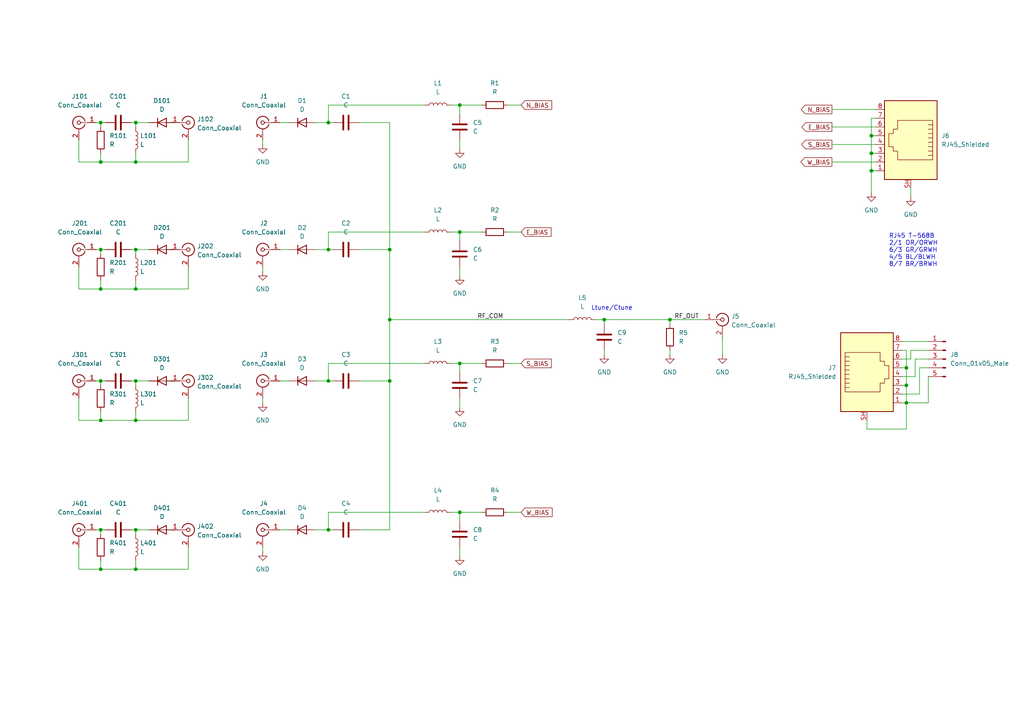
<source format=kicad_sch>
(kicad_sch (version 20211123) (generator eeschema)
  (paper "A4")
  (lib_symbols
    (symbol "Connector:Conn_01x05_Male" (pin_names (offset 1.016) hide)
      (property "Reference" "J" (at 0 7.62 0))
      (property "Value" "Conn_01x05_Male" (at 0 -7.62 0))
      (symbol "Conn_01x05_Male_1_1"
        (polyline (pts (xy 1.27 -5.08) (xy 0.8636 -5.08)) (stroke (width 0.1524)))
        (polyline (pts (xy 1.27 -2.54) (xy 0.8636 -2.54)) (stroke (width 0.1524)))
        (polyline (pts (xy 1.27 0) (xy 0.8636 0)) (stroke (width 0.1524)))
        (polyline (pts (xy 1.27 2.54) (xy 0.8636 2.54)) (stroke (width 0.1524)))
        (polyline (pts (xy 1.27 5.08) (xy 0.8636 5.08)) (stroke (width 0.1524)))
        (rectangle (start 0.8636 -4.953) (end 0 -5.207) (stroke (width 0.1524)) (fill (type outline)))
        (rectangle (start 0.8636 -2.413) (end 0 -2.667) (stroke (width 0.1524)) (fill (type outline)))
        (rectangle (start 0.8636 0.127) (end 0 -0.127) (stroke (width 0.1524)) (fill (type outline)))
        (rectangle (start 0.8636 2.667) (end 0 2.413) (stroke (width 0.1524)) (fill (type outline)))
        (rectangle (start 0.8636 5.207) (end 0 4.953) (stroke (width 0.1524)) (fill (type outline)))
        (pin passive line (at 5.08 5.08 180) (length 3.81) (name "Pin_1") (number "1"))
        (pin passive line (at 5.08 2.54 180) (length 3.81) (name "Pin_2") (number "2"))
        (pin passive line (at 5.08 0 180) (length 3.81) (name "Pin_3") (number "3"))
        (pin passive line (at 5.08 -2.54 180) (length 3.81) (name "Pin_4") (number "4"))
        (pin passive line (at 5.08 -5.08 180) (length 3.81) (name "Pin_5") (number "5"))
      )
    )
    (symbol "Connector:Conn_Coaxial" (pin_names (offset 1.016) hide)
      (property "Reference" "J" (at 0.254 3.048 0))
      (property "Value" "Conn_Coaxial" (at 2.921 0 90))
      (symbol "Conn_Coaxial_0_1"
        (arc (start -1.778 -0.508) (mid 0.222 -1.808) (end 1.778 0) (stroke (width 0.254)))
        (polyline (pts (xy -2.54 0) (xy -0.508 0)))
        (polyline (pts (xy 0 -2.54) (xy 0 -1.778)))
        (circle (center 0 0) (radius 0.508) (stroke (width 0.2032)))
        (arc (start 1.778 0) (mid 0.222 1.8083) (end -1.778 0.508) (stroke (width 0.254)))
      )
      (symbol "Conn_Coaxial_1_1"
        (pin passive line (at -5.08 0 0) (length 2.54) (name "In") (number "1"))
        (pin passive line (at 0 -5.08 90) (length 2.54) (name "Ext") (number "2"))
      )
    )
    (symbol "Connector:RJ45_Shielded" (pin_names (offset 1.016))
      (property "Reference" "J" (at -5.08 13.97 0))
      (property "Value" "RJ45_Shielded" (at 2.54 13.97 0))
      (symbol "RJ45_Shielded_0_1"
        (polyline (pts (xy -5.08 4.445) (xy -6.35 4.445)))
        (polyline (pts (xy -5.08 5.715) (xy -6.35 5.715)))
        (polyline (pts (xy -6.35 -3.175) (xy -5.08 -3.175) (xy -5.08 -3.175)))
        (polyline (pts (xy -6.35 -1.905) (xy -5.08 -1.905) (xy -5.08 -1.905)))
        (polyline (pts (xy -6.35 -0.635) (xy -5.08 -0.635) (xy -5.08 -0.635)))
        (polyline (pts (xy -6.35 0.635) (xy -5.08 0.635) (xy -5.08 0.635)))
        (polyline (pts (xy -6.35 1.905) (xy -5.08 1.905) (xy -5.08 1.905)))
        (polyline (pts (xy -5.08 3.175) (xy -6.35 3.175) (xy -6.35 3.175)))
        (polyline (pts (xy -6.35 -4.445) (xy -6.35 6.985) (xy 3.81 6.985) (xy 3.81 4.445) (xy 5.08 4.445) (xy 5.08 3.175) (xy 6.35 3.175) (xy 6.35 -0.635) (xy 5.08 -0.635) (xy 5.08 -1.905) (xy 3.81 -1.905) (xy 3.81 -4.445) (xy -6.35 -4.445) (xy -6.35 -4.445)))
        (rectangle (start 7.62 12.7) (end -7.62 -10.16) (stroke (width 0.254)) (fill (type background)))
      )
      (symbol "RJ45_Shielded_1_1"
        (pin passive line (at 10.16 -7.62 180) (length 2.54) (name "~") (number "1"))
        (pin passive line (at 10.16 -5.08 180) (length 2.54) (name "~") (number "2"))
        (pin passive line (at 10.16 -2.54 180) (length 2.54) (name "~") (number "3"))
        (pin passive line (at 10.16 0 180) (length 2.54) (name "~") (number "4"))
        (pin passive line (at 10.16 2.54 180) (length 2.54) (name "~") (number "5"))
        (pin passive line (at 10.16 5.08 180) (length 2.54) (name "~") (number "6"))
        (pin passive line (at 10.16 7.62 180) (length 2.54) (name "~") (number "7"))
        (pin passive line (at 10.16 10.16 180) (length 2.54) (name "~") (number "8"))
        (pin passive line (at 0 -12.7 90) (length 2.54) (name "~") (number "SH"))
      )
    )
    (symbol "Device:C" (pin_numbers hide) (pin_names (offset 0.254))
      (property "Reference" "C" (at 0.635 2.54 0))
      (property "Value" "C" (at 0.635 -2.54 0))
      (symbol "C_0_1"
        (polyline (pts (xy -2.032 -0.762) (xy 2.032 -0.762)) (stroke (width 0.508)))
        (polyline (pts (xy -2.032 0.762) (xy 2.032 0.762)) (stroke (width 0.508)))
      )
      (symbol "C_1_1"
        (pin passive line (at 0 3.81 270) (length 2.794) (name "~") (number "1"))
        (pin passive line (at 0 -3.81 90) (length 2.794) (name "~") (number "2"))
      )
    )
    (symbol "Device:D" (pin_numbers hide) (pin_names (offset 1.016) hide)
      (property "Reference" "D" (at 0 2.54 0))
      (property "Value" "D" (at 0 -2.54 0))
      (symbol "D_0_1"
        (polyline (pts (xy -1.27 1.27) (xy -1.27 -1.27)) (stroke (width 0.254)))
        (polyline (pts (xy 1.27 0) (xy -1.27 0)))
        (polyline (pts (xy 1.27 1.27) (xy 1.27 -1.27) (xy -1.27 0) (xy 1.27 1.27)) (stroke (width 0.254)))
      )
      (symbol "D_1_1"
        (pin passive line (at -3.81 0 0) (length 2.54) (name "K") (number "1"))
        (pin passive line (at 3.81 0 180) (length 2.54) (name "A") (number "2"))
      )
    )
    (symbol "Device:L" (pin_numbers hide) (pin_names (offset 1.016) hide)
      (property "Reference" "L" (at -1.27 0 90))
      (property "Value" "L" (at 1.905 0 90))
      (symbol "L_0_1"
        (arc (start 0 -2.54) (mid 0.635 -1.905) (end 0 -1.27))
        (arc (start 0 -1.27) (mid 0.635 -0.635) (end 0 0))
        (arc (start 0 0) (mid 0.635 0.635) (end 0 1.27))
        (arc (start 0 1.27) (mid 0.635 1.905) (end 0 2.54))
      )
      (symbol "L_1_1"
        (pin passive line (at 0 3.81 270) (length 1.27) (name "1") (number "1"))
        (pin passive line (at 0 -3.81 90) (length 1.27) (name "2") (number "2"))
      )
    )
    (symbol "Device:R" (pin_numbers hide) (pin_names (offset 0))
      (property "Reference" "R" (at 2.032 0 90))
      (property "Value" "R" (at 0 0 90))
      (symbol "R_0_1"
        (rectangle (start -1.016 -2.54) (end 1.016 2.54) (stroke (width 0.254)))
      )
      (symbol "R_1_1"
        (pin passive line (at 0 3.81 270) (length 1.27) (name "~") (number "1"))
        (pin passive line (at 0 -3.81 90) (length 1.27) (name "~") (number "2"))
      )
    )
    (symbol "power:GND" (power) (pin_names (offset 0))
      (property "Value" "GND" (at 0 -3.81 0))
      (symbol "GND_0_1"
        (polyline (pts (xy 0 0) (xy 0 -1.27) (xy 1.27 -1.27) (xy 0 -2.54) (xy -1.27 -1.27) (xy 0 -1.27)))
      )
      (symbol "GND_1_1"
        (pin power_in line (at 0 0 270) (length 0) hide (name "GND") (number "1"))
      )
    )
  )
  (junction (at 39.37 165.1))
  (junction (at 252.73 44.45))
  (junction (at 29.21 83.82))
  (junction (at 262.89 106.68))
  (junction (at 252.73 49.53))
  (junction (at 95.25 110.49))
  (junction (at 39.37 83.82))
  (junction (at 133.35 30.48))
  (junction (at 39.37 35.56))
  (junction (at 39.37 153.67))
  (junction (at 39.37 46.99))
  (junction (at 39.37 121.92))
  (junction (at 262.89 111.76))
  (junction (at 29.21 46.99))
  (junction (at 95.25 35.56))
  (junction (at 262.89 116.84))
  (junction (at 113.03 72.39))
  (junction (at 194.31 92.71))
  (junction (at 29.21 153.67))
  (junction (at 113.03 92.71))
  (junction (at 95.25 72.39))
  (junction (at 29.21 121.92))
  (junction (at 39.37 72.39))
  (junction (at 133.35 105.41))
  (junction (at 29.21 165.1))
  (junction (at 133.35 148.59))
  (junction (at 133.35 67.31))
  (junction (at 29.21 35.56))
  (junction (at 29.21 72.39))
  (junction (at 39.37 110.49))
  (junction (at 95.25 153.67))
  (junction (at 113.03 110.49))
  (junction (at 29.21 110.49))
  (junction (at 252.73 39.37))
  (junction (at 175.26 92.71))
  (wire (pts (xy 130.81 67.31) (xy 133.35 67.31)))
  (wire (pts (xy 91.44 153.67) (xy 95.25 153.67)))
  (wire (pts (xy 39.37 153.67) (xy 43.18 153.67)))
  (wire (pts (xy 39.37 119.38) (xy 39.37 121.92)))
  (wire (pts (xy 251.46 124.46) (xy 262.89 124.46)))
  (wire (pts (xy 133.35 105.41) (xy 133.35 107.95)))
  (wire (pts (xy 22.86 46.99) (xy 29.21 46.99)))
  (wire (pts (xy 22.86 115.57) (xy 22.86 121.92)))
  (wire (pts (xy 29.21 165.1) (xy 39.37 165.1)))
  (wire (pts (xy 209.55 97.79) (xy 209.55 102.87)))
  (wire (pts (xy 261.62 116.84) (xy 262.89 116.84)))
  (wire (pts (xy 81.28 153.67) (xy 83.82 153.67)))
  (wire (pts (xy 264.16 104.14) (xy 264.16 101.6)))
  (wire (pts (xy 113.03 35.56) (xy 113.03 72.39)))
  (wire (pts (xy 39.37 162.56) (xy 39.37 165.1)))
  (wire (pts (xy 123.19 148.59) (xy 95.25 148.59)))
  (wire (pts (xy 133.35 148.59) (xy 133.35 151.13)))
  (wire (pts (xy 265.43 104.14) (xy 269.24 104.14)))
  (wire (pts (xy 262.89 124.46) (xy 262.89 116.84)))
  (wire (pts (xy 39.37 110.49) (xy 39.37 111.76)))
  (wire (pts (xy 241.3 36.83) (xy 254 36.83)))
  (wire (pts (xy 123.19 105.41) (xy 95.25 105.41)))
  (wire (pts (xy 175.26 92.71) (xy 175.26 93.98)))
  (wire (pts (xy 95.25 35.56) (xy 96.52 35.56)))
  (wire (pts (xy 104.14 72.39) (xy 113.03 72.39)))
  (wire (pts (xy 252.73 44.45) (xy 252.73 49.53)))
  (wire (pts (xy 175.26 92.71) (xy 194.31 92.71)))
  (wire (pts (xy 29.21 35.56) (xy 29.21 36.83)))
  (wire (pts (xy 95.25 105.41) (xy 95.25 110.49)))
  (wire (pts (xy 76.2 77.47) (xy 76.2 78.74)))
  (wire (pts (xy 39.37 121.92) (xy 54.61 121.92)))
  (wire (pts (xy 54.61 158.75) (xy 54.61 165.1)))
  (wire (pts (xy 130.81 148.59) (xy 133.35 148.59)))
  (wire (pts (xy 22.86 77.47) (xy 22.86 83.82)))
  (wire (pts (xy 29.21 153.67) (xy 27.94 153.67)))
  (wire (pts (xy 22.86 158.75) (xy 22.86 165.1)))
  (wire (pts (xy 241.3 46.99) (xy 254 46.99)))
  (wire (pts (xy 266.7 106.68) (xy 269.24 106.68)))
  (wire (pts (xy 22.86 121.92) (xy 29.21 121.92)))
  (wire (pts (xy 39.37 165.1) (xy 54.61 165.1)))
  (wire (pts (xy 50.8 72.39) (xy 49.53 72.39)))
  (wire (pts (xy 113.03 92.71) (xy 165.1 92.71)))
  (wire (pts (xy 39.37 35.56) (xy 39.37 36.83)))
  (wire (pts (xy 241.3 31.75) (xy 254 31.75)))
  (wire (pts (xy 29.21 121.92) (xy 39.37 121.92)))
  (wire (pts (xy 76.2 158.75) (xy 76.2 160.02)))
  (wire (pts (xy 147.32 105.41) (xy 151.13 105.41)))
  (wire (pts (xy 264.16 101.6) (xy 269.24 101.6)))
  (wire (pts (xy 147.32 30.48) (xy 151.13 30.48)))
  (wire (pts (xy 39.37 83.82) (xy 54.61 83.82)))
  (wire (pts (xy 133.35 148.59) (xy 139.7 148.59)))
  (wire (pts (xy 22.86 165.1) (xy 29.21 165.1)))
  (wire (pts (xy 104.14 153.67) (xy 113.03 153.67)))
  (wire (pts (xy 29.21 83.82) (xy 39.37 83.82)))
  (wire (pts (xy 261.62 114.3) (xy 266.7 114.3)))
  (wire (pts (xy 39.37 46.99) (xy 54.61 46.99)))
  (wire (pts (xy 123.19 67.31) (xy 95.25 67.31)))
  (wire (pts (xy 29.21 35.56) (xy 27.94 35.56)))
  (wire (pts (xy 95.25 153.67) (xy 96.52 153.67)))
  (wire (pts (xy 50.8 35.56) (xy 49.53 35.56)))
  (wire (pts (xy 29.21 44.45) (xy 29.21 46.99)))
  (wire (pts (xy 29.21 153.67) (xy 29.21 154.94)))
  (wire (pts (xy 133.35 77.47) (xy 133.35 80.01)))
  (wire (pts (xy 241.3 41.91) (xy 254 41.91)))
  (wire (pts (xy 81.28 72.39) (xy 83.82 72.39)))
  (wire (pts (xy 262.89 111.76) (xy 262.89 116.84)))
  (wire (pts (xy 29.21 110.49) (xy 27.94 110.49)))
  (wire (pts (xy 29.21 72.39) (xy 29.21 73.66)))
  (wire (pts (xy 113.03 72.39) (xy 113.03 92.71)))
  (wire (pts (xy 104.14 110.49) (xy 113.03 110.49)))
  (wire (pts (xy 172.72 92.71) (xy 175.26 92.71)))
  (wire (pts (xy 133.35 115.57) (xy 133.35 118.11)))
  (wire (pts (xy 91.44 35.56) (xy 95.25 35.56)))
  (wire (pts (xy 95.25 67.31) (xy 95.25 72.39)))
  (wire (pts (xy 81.28 35.56) (xy 83.82 35.56)))
  (wire (pts (xy 252.73 39.37) (xy 252.73 44.45)))
  (wire (pts (xy 123.19 30.48) (xy 95.25 30.48)))
  (wire (pts (xy 29.21 46.99) (xy 39.37 46.99)))
  (wire (pts (xy 95.25 148.59) (xy 95.25 153.67)))
  (wire (pts (xy 54.61 77.47) (xy 54.61 83.82)))
  (wire (pts (xy 29.21 162.56) (xy 29.21 165.1)))
  (wire (pts (xy 29.21 110.49) (xy 29.21 111.76)))
  (wire (pts (xy 22.86 83.82) (xy 29.21 83.82)))
  (wire (pts (xy 254 44.45) (xy 252.73 44.45)))
  (wire (pts (xy 147.32 67.31) (xy 151.13 67.31)))
  (wire (pts (xy 261.62 101.6) (xy 262.89 101.6)))
  (wire (pts (xy 261.62 106.68) (xy 262.89 106.68)))
  (wire (pts (xy 76.2 115.57) (xy 76.2 116.84)))
  (wire (pts (xy 91.44 72.39) (xy 95.25 72.39)))
  (wire (pts (xy 261.62 104.14) (xy 264.16 104.14)))
  (wire (pts (xy 29.21 81.28) (xy 29.21 83.82)))
  (wire (pts (xy 50.8 153.67) (xy 49.53 153.67)))
  (wire (pts (xy 38.1 35.56) (xy 39.37 35.56)))
  (wire (pts (xy 265.43 109.22) (xy 265.43 104.14)))
  (wire (pts (xy 76.2 40.64) (xy 76.2 41.91)))
  (wire (pts (xy 251.46 121.92) (xy 251.46 124.46)))
  (wire (pts (xy 50.8 110.49) (xy 49.53 110.49)))
  (wire (pts (xy 133.35 30.48) (xy 139.7 30.48)))
  (wire (pts (xy 269.24 116.84) (xy 262.89 116.84)))
  (wire (pts (xy 133.35 30.48) (xy 133.35 33.02)))
  (wire (pts (xy 81.28 110.49) (xy 83.82 110.49)))
  (wire (pts (xy 130.81 30.48) (xy 133.35 30.48)))
  (wire (pts (xy 29.21 153.67) (xy 30.48 153.67)))
  (wire (pts (xy 133.35 40.64) (xy 133.35 43.18)))
  (wire (pts (xy 54.61 40.64) (xy 54.61 46.99)))
  (wire (pts (xy 262.89 106.68) (xy 262.89 111.76)))
  (wire (pts (xy 113.03 153.67) (xy 113.03 110.49)))
  (wire (pts (xy 95.25 110.49) (xy 96.52 110.49)))
  (wire (pts (xy 252.73 34.29) (xy 252.73 39.37)))
  (wire (pts (xy 29.21 72.39) (xy 27.94 72.39)))
  (wire (pts (xy 175.26 101.6) (xy 175.26 102.87)))
  (wire (pts (xy 39.37 72.39) (xy 43.18 72.39)))
  (wire (pts (xy 39.37 35.56) (xy 43.18 35.56)))
  (wire (pts (xy 194.31 101.6) (xy 194.31 102.87)))
  (wire (pts (xy 133.35 158.75) (xy 133.35 161.29)))
  (wire (pts (xy 262.89 101.6) (xy 262.89 106.68)))
  (wire (pts (xy 95.25 30.48) (xy 95.25 35.56)))
  (wire (pts (xy 261.62 111.76) (xy 262.89 111.76)))
  (wire (pts (xy 29.21 35.56) (xy 30.48 35.56)))
  (wire (pts (xy 39.37 110.49) (xy 43.18 110.49)))
  (wire (pts (xy 39.37 153.67) (xy 39.37 154.94)))
  (wire (pts (xy 266.7 114.3) (xy 266.7 106.68)))
  (wire (pts (xy 38.1 110.49) (xy 39.37 110.49)))
  (wire (pts (xy 38.1 72.39) (xy 39.37 72.39)))
  (wire (pts (xy 269.24 109.22) (xy 269.24 116.84)))
  (wire (pts (xy 22.86 40.64) (xy 22.86 46.99)))
  (wire (pts (xy 254 49.53) (xy 252.73 49.53)))
  (wire (pts (xy 95.25 72.39) (xy 96.52 72.39)))
  (wire (pts (xy 133.35 67.31) (xy 133.35 69.85)))
  (wire (pts (xy 254 39.37) (xy 252.73 39.37)))
  (wire (pts (xy 252.73 49.53) (xy 252.73 55.88)))
  (wire (pts (xy 104.14 35.56) (xy 113.03 35.56)))
  (wire (pts (xy 194.31 92.71) (xy 194.31 93.98)))
  (wire (pts (xy 264.16 54.61) (xy 264.16 57.15)))
  (wire (pts (xy 133.35 105.41) (xy 139.7 105.41)))
  (wire (pts (xy 130.81 105.41) (xy 133.35 105.41)))
  (wire (pts (xy 91.44 110.49) (xy 95.25 110.49)))
  (wire (pts (xy 38.1 153.67) (xy 39.37 153.67)))
  (wire (pts (xy 261.62 109.22) (xy 265.43 109.22)))
  (wire (pts (xy 39.37 81.28) (xy 39.37 83.82)))
  (wire (pts (xy 194.31 92.71) (xy 204.47 92.71)))
  (wire (pts (xy 39.37 44.45) (xy 39.37 46.99)))
  (wire (pts (xy 39.37 72.39) (xy 39.37 73.66)))
  (wire (pts (xy 29.21 72.39) (xy 30.48 72.39)))
  (wire (pts (xy 133.35 67.31) (xy 139.7 67.31)))
  (wire (pts (xy 254 34.29) (xy 252.73 34.29)))
  (wire (pts (xy 113.03 110.49) (xy 113.03 92.71)))
  (wire (pts (xy 147.32 148.59) (xy 151.13 148.59)))
  (wire (pts (xy 29.21 110.49) (xy 30.48 110.49)))
  (wire (pts (xy 54.61 115.57) (xy 54.61 121.92)))
  (wire (pts (xy 29.21 119.38) (xy 29.21 121.92)))
  (wire (pts (xy 261.62 99.06) (xy 269.24 99.06)))
  (text "RJ45 T-568B  \n2/1 OR/ORWH\n6/3 GR/GRWH\n4/5 BL/BLWH\n8/7 BR/BRWH" (at 257.81 77.47 0) (effects (font (size 1.27 1.27)) (justify left bottom)))
  (text "Ltune/Ctune" (at 171.45 90.17 0) (effects (font (size 1.27 1.27)) (justify left bottom)))
  (label "RF_OUT" (at 195.58 92.71 0))
  (label "RF_COM" (at 138.43 92.71 0))
  (global_label "E_BIAS" (shape output) (at 241.3 36.83 180) (property "Intersheet References" "${INTERSHEET_REFS}" (effects hide)))
  (global_label "S_BIAS" (shape input) (at 151.13 105.41 0) (property "Intersheet References" "${INTERSHEET_REFS}" (effects hide)))
  (global_label "N_BIAS" (shape input) (at 151.13 30.48 0) (property "Intersheet References" "${INTERSHEET_REFS}" (effects hide)))
  (global_label "S_BIAS" (shape output) (at 241.3 41.91 180) (property "Intersheet References" "${INTERSHEET_REFS}" (effects hide)))
  (global_label "N_BIAS" (shape output) (at 241.3 31.75 180) (property "Intersheet References" "${INTERSHEET_REFS}" (effects hide)))
  (global_label "E_BIAS" (shape input) (at 151.13 67.31 0) (property "Intersheet References" "${INTERSHEET_REFS}" (effects hide)))
  (global_label "W_BIAS" (shape output) (at 241.3 46.99 180) (property "Intersheet References" "${INTERSHEET_REFS}" (effects hide)))
  (global_label "W_BIAS" (shape input) (at 151.13 148.59 0) (property "Intersheet References" "${INTERSHEET_REFS}" (effects hide)))
  (symbol (lib_id "Connector:Conn_Coaxial") (at 22.86 153.67 0) (mirror y) (unit 1)
    (property "Reference" "J401" (at 23.1774 146.05 0))
    (property "Value" "Conn_Coaxial" (at 23.1774 148.59 0))
    (property "Footprint" "Connector_Coaxial:SMA_Amphenol_132134_Vertical" (effects hide))
    (property "Datasheet" " ~" (effects hide))
  )
  (symbol (lib_id "power:GND") (at 264.16 57.15 0) (unit 1)
    (property "Reference" "#PWR013" (effects hide))
    (property "Value" "GND" (at 264.16 62.23 0))
  )
  (symbol (lib_id "Connector:Conn_Coaxial") (at 209.55 92.71 0) (unit 1)
    (property "Reference" "J5" (at 212.09 91.7331 0) (effects (justify left)))
    (property "Value" "Conn_Coaxial" (at 212.09 94.2731 0) (effects (justify left)))
    (property "Footprint" "Connector_Coaxial:SMA_Molex_73251-2200_Horizontal" (effects hide))
    (property "Datasheet" " ~" (effects hide))
  )
  (symbol (lib_id "Device:C") (at 100.33 110.49 90) (unit 1)
    (property "Reference" "C3" (at 100.33 102.87 90))
    (property "Value" "C" (at 100.33 105.41 90))
    (property "Footprint" "Capacitor_SMD:C_0402_1005Metric_Pad0.74x0.62mm_HandSolder" (effects hide))
  )
  (symbol (lib_id "power:GND") (at 76.2 41.91 0) (unit 1)
    (property "Reference" "#PWR01" (effects hide))
    (property "Value" "GND" (at 76.2 46.99 0))
  )
  (symbol (lib_id "Device:L") (at 127 105.41 90) (unit 1)
    (property "Reference" "L3" (at 127 99.06 90))
    (property "Value" "L" (at 127 101.6 90))
    (property "Footprint" "Inductor_SMD:L_0402_1005Metric_Pad0.77x0.64mm_HandSolder" (effects hide))
  )
  (symbol (lib_id "Device:R") (at 194.31 97.79 0) (unit 1)
    (property "Reference" "R5" (at 196.85 96.5199 0) (effects (justify left)))
    (property "Value" "R" (at 196.85 99.0599 0) (effects (justify left)))
    (property "Footprint" "Resistor_SMD:R_0402_1005Metric_Pad0.72x0.64mm_HandSolder" (effects hide))
  )
  (symbol (lib_id "Device:L") (at 127 67.31 90) (unit 1)
    (property "Reference" "L2" (at 127 60.96 90))
    (property "Value" "L" (at 127 63.5 90))
    (property "Footprint" "Inductor_SMD:L_0402_1005Metric_Pad0.77x0.64mm_HandSolder" (effects hide))
  )
  (symbol (lib_id "Device:C") (at 175.26 97.79 0) (unit 1)
    (property "Reference" "C9" (at 179.07 96.5199 0) (effects (justify left)))
    (property "Value" "C" (at 179.07 99.0599 0) (effects (justify left)))
    (property "Footprint" "Capacitor_SMD:C_0402_1005Metric_Pad0.74x0.62mm_HandSolder" (effects hide))
  )
  (symbol (lib_id "power:GND") (at 76.2 116.84 0) (unit 1)
    (property "Reference" "#PWR03" (effects hide))
    (property "Value" "GND" (at 76.2 121.92 0))
  )
  (symbol (lib_id "Device:C") (at 34.29 153.67 90) (unit 1)
    (property "Reference" "C401" (at 34.29 146.05 90))
    (property "Value" "C" (at 34.29 148.59 90))
    (property "Footprint" "Capacitor_SMD:C_0402_1005Metric_Pad0.74x0.62mm_HandSolder" (effects hide))
  )
  (symbol (lib_id "Connector:Conn_Coaxial") (at 54.61 72.39 0) (unit 1)
    (property "Reference" "J202" (at 57.15 71.4131 0) (effects (justify left)))
    (property "Value" "Conn_Coaxial" (at 57.15 73.9531 0) (effects (justify left)))
    (property "Footprint" "Connector_Coaxial:SMA_Amphenol_132203-12_Horizontal" (effects hide))
    (property "Datasheet" " ~" (effects hide))
  )
  (symbol (lib_id "Device:L") (at 127 148.59 90) (unit 1)
    (property "Reference" "L4" (at 127 142.24 90))
    (property "Value" "L" (at 127 144.78 90))
    (property "Footprint" "Inductor_SMD:L_0402_1005Metric_Pad0.77x0.64mm_HandSolder" (effects hide))
  )
  (symbol (lib_id "Device:C") (at 34.29 110.49 90) (unit 1)
    (property "Reference" "C301" (at 34.29 102.87 90))
    (property "Value" "C" (at 34.29 105.41 90))
    (property "Footprint" "Capacitor_SMD:C_0402_1005Metric_Pad0.74x0.62mm_HandSolder" (effects hide))
  )
  (symbol (lib_id "Device:R") (at 143.51 105.41 90) (unit 1)
    (property "Reference" "R3" (at 143.51 99.06 90))
    (property "Value" "R" (at 143.51 101.6 90))
    (property "Footprint" "Resistor_SMD:R_0402_1005Metric_Pad0.72x0.64mm_HandSolder" (effects hide))
  )
  (symbol (lib_id "Connector:Conn_Coaxial") (at 54.61 110.49 0) (unit 1)
    (property "Reference" "J302" (at 57.15 109.5131 0) (effects (justify left)))
    (property "Value" "Conn_Coaxial" (at 57.15 112.0531 0) (effects (justify left)))
    (property "Footprint" "Connector_Coaxial:SMA_Amphenol_132203-12_Horizontal" (effects hide))
    (property "Datasheet" " ~" (effects hide))
  )
  (symbol (lib_id "power:GND") (at 133.35 43.18 0) (unit 1)
    (property "Reference" "#PWR05" (effects hide))
    (property "Value" "GND" (at 133.35 48.26 0))
  )
  (symbol (lib_id "power:GND") (at 76.2 160.02 0) (unit 1)
    (property "Reference" "#PWR04" (effects hide))
    (property "Value" "GND" (at 76.2 165.1 0))
  )
  (symbol (lib_id "power:GND") (at 194.31 102.87 0) (unit 1)
    (property "Reference" "#PWR010" (effects hide))
    (property "Value" "GND" (at 194.31 107.95 0))
  )
  (symbol (lib_id "Device:C") (at 133.35 154.94 0) (unit 1)
    (property "Reference" "C8" (at 137.16 153.6699 0) (effects (justify left)))
    (property "Value" "C" (at 137.16 156.2099 0) (effects (justify left)))
    (property "Footprint" "Capacitor_SMD:C_0402_1005Metric_Pad0.74x0.62mm_HandSolder" (effects hide))
  )
  (symbol (lib_id "Connector:Conn_Coaxial") (at 76.2 35.56 0) (mirror y) (unit 1)
    (property "Reference" "J1" (at 76.5174 27.94 0))
    (property "Value" "Conn_Coaxial" (at 76.5174 30.48 0))
    (property "Footprint" "Connector_Coaxial:SMA_Amphenol_132203-12_Horizontal" (effects hide))
    (property "Datasheet" " ~" (effects hide))
  )
  (symbol (lib_id "Connector:Conn_Coaxial") (at 76.2 72.39 0) (mirror y) (unit 1)
    (property "Reference" "J2" (at 76.5174 64.77 0))
    (property "Value" "Conn_Coaxial" (at 76.5174 67.31 0))
    (property "Footprint" "Connector_Coaxial:SMA_Amphenol_132203-12_Horizontal" (effects hide))
    (property "Datasheet" " ~" (effects hide))
  )
  (symbol (lib_id "Device:R") (at 143.51 30.48 90) (unit 1)
    (property "Reference" "R1" (at 143.51 24.13 90))
    (property "Value" "R" (at 143.51 26.67 90))
    (property "Footprint" "Resistor_SMD:R_0402_1005Metric_Pad0.72x0.64mm_HandSolder" (effects hide))
  )
  (symbol (lib_id "Device:D") (at 87.63 35.56 0) (unit 1)
    (property "Reference" "D1" (at 87.63 29.21 0))
    (property "Value" "D" (at 87.63 31.75 0))
    (property "Footprint" "Diode_SMD:D_SOD-523" (effects hide))
  )
  (symbol (lib_id "Device:R") (at 29.21 115.57 0) (unit 1)
    (property "Reference" "R301" (at 31.75 114.2999 0) (effects (justify left)))
    (property "Value" "R" (at 31.75 116.8399 0) (effects (justify left)))
    (property "Footprint" "Resistor_SMD:R_0402_1005Metric_Pad0.72x0.64mm_HandSolder" (effects hide))
  )
  (symbol (lib_id "Device:D") (at 87.63 110.49 0) (unit 1)
    (property "Reference" "D3" (at 87.63 104.14 0))
    (property "Value" "D" (at 87.63 106.68 0))
    (property "Footprint" "Diode_SMD:D_SOD-523" (effects hide))
  )
  (symbol (lib_id "Device:C") (at 100.33 35.56 90) (unit 1)
    (property "Reference" "C1" (at 100.33 27.94 90))
    (property "Value" "C" (at 100.33 30.48 90))
    (property "Footprint" "Capacitor_SMD:C_0402_1005Metric_Pad0.74x0.62mm_HandSolder" (effects hide))
  )
  (symbol (lib_id "Connector:Conn_Coaxial") (at 76.2 153.67 0) (mirror y) (unit 1)
    (property "Reference" "J4" (at 76.5174 146.05 0))
    (property "Value" "Conn_Coaxial" (at 76.5174 148.59 0))
    (property "Footprint" "Connector_Coaxial:SMA_Amphenol_132203-12_Horizontal" (effects hide))
    (property "Datasheet" " ~" (effects hide))
  )
  (symbol (lib_id "power:GND") (at 209.55 102.87 0) (unit 1)
    (property "Reference" "#PWR011" (effects hide))
    (property "Value" "GND" (at 209.55 107.95 0))
  )
  (symbol (lib_id "Device:C") (at 100.33 153.67 90) (unit 1)
    (property "Reference" "C4" (at 100.33 146.05 90))
    (property "Value" "C" (at 100.33 148.59 90))
    (property "Footprint" "Capacitor_SMD:C_0402_1005Metric_Pad0.74x0.62mm_HandSolder" (effects hide))
  )
  (symbol (lib_id "Device:R") (at 29.21 40.64 0) (unit 1)
    (property "Reference" "R101" (at 31.75 39.3699 0) (effects (justify left)))
    (property "Value" "R" (at 31.75 41.9099 0) (effects (justify left)))
    (property "Footprint" "Resistor_SMD:R_0402_1005Metric_Pad0.72x0.64mm_HandSolder" (effects hide))
  )
  (symbol (lib_id "power:GND") (at 175.26 102.87 0) (unit 1)
    (property "Reference" "#PWR09" (effects hide))
    (property "Value" "GND" (at 175.26 107.95 0))
  )
  (symbol (lib_id "Connector:Conn_Coaxial") (at 22.86 110.49 0) (mirror y) (unit 1)
    (property "Reference" "J301" (at 23.1774 102.87 0))
    (property "Value" "Conn_Coaxial" (at 23.1774 105.41 0))
    (property "Footprint" "Connector_Coaxial:SMA_Amphenol_132134_Vertical" (effects hide))
    (property "Datasheet" " ~" (effects hide))
  )
  (symbol (lib_id "Device:D") (at 46.99 153.67 0) (unit 1)
    (property "Reference" "D401" (at 46.99 147.32 0))
    (property "Value" "D" (at 46.99 149.86 0))
    (property "Footprint" "Diode_SMD:D_SOD-523" (effects hide))
  )
  (symbol (lib_id "Device:L") (at 39.37 77.47 0) (unit 1)
    (property "Reference" "L201" (at 40.64 76.1999 0) (effects (justify left)))
    (property "Value" "L" (at 40.64 78.7399 0) (effects (justify left)))
    (property "Footprint" "Inductor_SMD:L_0402_1005Metric_Pad0.77x0.64mm_HandSolder" (effects hide))
  )
  (symbol (lib_id "Device:D") (at 46.99 35.56 0) (unit 1)
    (property "Reference" "D101" (at 46.99 29.21 0))
    (property "Value" "D" (at 46.99 31.75 0))
    (property "Footprint" "Diode_SMD:D_SOD-523" (effects hide))
  )
  (symbol (lib_id "Connector:Conn_01x05_Male") (at 274.32 104.14 0) (mirror y) (unit 1)
    (property "Reference" "J8" (at 275.59 102.8699 0) (effects (justify right)))
    (property "Value" "Conn_01x05_Male" (at 275.59 105.4099 0) (effects (justify right)))
    (property "Footprint" "Connector_PinHeader_2.54mm:PinHeader_1x05_P2.54mm_Vertical" (effects hide))
  )
  (symbol (lib_id "Connector:RJ45_Shielded") (at 264.16 41.91 0) (mirror y) (unit 1)
    (property "Reference" "J6" (at 273.05 39.3699 0) (effects (justify right)))
    (property "Value" "RJ45_Shielded" (at 273.05 41.9099 0) (effects (justify right)))
    (property "Footprint" "Connector_RJ:RJ45_Wuerth_7499010001A_Horizontal" (effects hide))
  )
  (symbol (lib_id "Device:R") (at 29.21 158.75 0) (unit 1)
    (property "Reference" "R401" (at 31.75 157.4799 0) (effects (justify left)))
    (property "Value" "R" (at 31.75 160.0199 0) (effects (justify left)))
    (property "Footprint" "Resistor_SMD:R_0402_1005Metric_Pad0.72x0.64mm_HandSolder" (effects hide))
  )
  (symbol (lib_id "Device:R") (at 143.51 67.31 90) (unit 1)
    (property "Reference" "R2" (at 143.51 60.96 90))
    (property "Value" "R" (at 143.51 63.5 90))
    (property "Footprint" "Resistor_SMD:R_0402_1005Metric_Pad0.72x0.64mm_HandSolder" (effects hide))
  )
  (symbol (lib_id "Connector:Conn_Coaxial") (at 76.2 110.49 0) (mirror y) (unit 1)
    (property "Reference" "J3" (at 76.5174 102.87 0))
    (property "Value" "Conn_Coaxial" (at 76.5174 105.41 0))
    (property "Footprint" "Connector_Coaxial:SMA_Amphenol_132203-12_Horizontal" (effects hide))
    (property "Datasheet" " ~" (effects hide))
  )
  (symbol (lib_id "Connector:Conn_Coaxial") (at 54.61 35.56 0) (unit 1)
    (property "Reference" "J102" (at 57.15 34.5831 0) (effects (justify left)))
    (property "Value" "Conn_Coaxial" (at 57.15 37.1231 0) (effects (justify left)))
    (property "Footprint" "Connector_Coaxial:SMA_Amphenol_132203-12_Horizontal" (effects hide))
    (property "Datasheet" " ~" (effects hide))
  )
  (symbol (lib_id "Connector:RJ45_Shielded") (at 251.46 109.22 0) (unit 1)
    (property "Reference" "J7" (at 242.57 106.6799 0) (effects (justify right)))
    (property "Value" "RJ45_Shielded" (at 242.57 109.2199 0) (effects (justify right)))
    (property "Footprint" "Connector_RJ:RJ45_Wuerth_7499010001A_Horizontal" (effects hide))
  )
  (symbol (lib_id "Device:D") (at 46.99 72.39 0) (unit 1)
    (property "Reference" "D201" (at 46.99 66.04 0))
    (property "Value" "D" (at 46.99 68.58 0))
    (property "Footprint" "Diode_SMD:D_SOD-523" (effects hide))
  )
  (symbol (lib_id "Device:L") (at 39.37 40.64 0) (unit 1)
    (property "Reference" "L101" (at 40.64 39.3699 0) (effects (justify left)))
    (property "Value" "L" (at 40.64 41.9099 0) (effects (justify left)))
    (property "Footprint" "Inductor_SMD:L_0402_1005Metric_Pad0.77x0.64mm_HandSolder" (effects hide))
  )
  (symbol (lib_id "power:GND") (at 252.73 55.88 0) (unit 1)
    (property "Reference" "#PWR012" (effects hide))
    (property "Value" "GND" (at 252.73 60.96 0))
  )
  (symbol (lib_id "Device:C") (at 133.35 73.66 0) (unit 1)
    (property "Reference" "C6" (at 137.16 72.3899 0) (effects (justify left)))
    (property "Value" "C" (at 137.16 74.9299 0) (effects (justify left)))
    (property "Footprint" "Capacitor_SMD:C_0402_1005Metric_Pad0.74x0.62mm_HandSolder" (effects hide))
  )
  (symbol (lib_id "Device:C") (at 34.29 72.39 90) (unit 1)
    (property "Reference" "C201" (at 34.29 64.77 90))
    (property "Value" "C" (at 34.29 67.31 90))
    (property "Footprint" "Capacitor_SMD:C_0402_1005Metric_Pad0.74x0.62mm_HandSolder" (effects hide))
  )
  (symbol (lib_id "Device:L") (at 39.37 115.57 0) (unit 1)
    (property "Reference" "L301" (at 40.64 114.2999 0) (effects (justify left)))
    (property "Value" "L" (at 40.64 116.8399 0) (effects (justify left)))
    (property "Footprint" "Inductor_SMD:L_0402_1005Metric_Pad0.77x0.64mm_HandSolder" (effects hide))
  )
  (symbol (lib_id "Connector:Conn_Coaxial") (at 22.86 35.56 0) (mirror y) (unit 1)
    (property "Reference" "J101" (at 23.1774 27.94 0))
    (property "Value" "Conn_Coaxial" (at 23.1774 30.48 0))
    (property "Footprint" "Connector_Coaxial:SMA_Amphenol_132134_Vertical" (effects hide))
    (property "Datasheet" " ~" (effects hide))
  )
  (symbol (lib_id "Connector:Conn_Coaxial") (at 22.86 72.39 0) (mirror y) (unit 1)
    (property "Reference" "J201" (at 23.1774 64.77 0))
    (property "Value" "Conn_Coaxial" (at 23.1774 67.31 0))
    (property "Footprint" "Connector_Coaxial:SMA_Amphenol_132134_Vertical" (effects hide))
    (property "Datasheet" " ~" (effects hide))
  )
  (symbol (lib_id "Device:L") (at 127 30.48 90) (unit 1)
    (property "Reference" "L1" (at 127 24.13 90))
    (property "Value" "L" (at 127 26.67 90))
    (property "Footprint" "Inductor_SMD:L_0402_1005Metric_Pad0.77x0.64mm_HandSolder" (effects hide))
  )
  (symbol (lib_id "Device:L") (at 168.91 92.71 90) (unit 1)
    (property "Reference" "L5" (at 168.91 86.36 90))
    (property "Value" "L" (at 168.91 88.9 90))
    (property "Footprint" "Inductor_SMD:L_0402_1005Metric_Pad0.77x0.64mm_HandSolder" (effects hide))
  )
  (symbol (lib_id "power:GND") (at 133.35 118.11 0) (unit 1)
    (property "Reference" "#PWR07" (effects hide))
    (property "Value" "GND" (at 133.35 123.19 0))
  )
  (symbol (lib_id "Device:D") (at 46.99 110.49 0) (unit 1)
    (property "Reference" "D301" (at 46.99 104.14 0))
    (property "Value" "D" (at 46.99 106.68 0))
    (property "Footprint" "Diode_SMD:D_SOD-523" (effects hide))
  )
  (symbol (lib_id "Device:D") (at 87.63 153.67 0) (unit 1)
    (property "Reference" "D4" (at 87.63 147.32 0))
    (property "Value" "D" (at 87.63 149.86 0))
    (property "Footprint" "Diode_SMD:D_SOD-523" (effects hide))
  )
  (symbol (lib_id "power:GND") (at 133.35 80.01 0) (unit 1)
    (property "Reference" "#PWR06" (effects hide))
    (property "Value" "GND" (at 133.35 85.09 0))
  )
  (symbol (lib_id "Device:C") (at 133.35 111.76 0) (unit 1)
    (property "Reference" "C7" (at 137.16 110.4899 0) (effects (justify left)))
    (property "Value" "C" (at 137.16 113.0299 0) (effects (justify left)))
    (property "Footprint" "Capacitor_SMD:C_0402_1005Metric_Pad0.74x0.62mm_HandSolder" (effects hide))
  )
  (symbol (lib_id "Device:D") (at 87.63 72.39 0) (unit 1)
    (property "Reference" "D2" (at 87.63 66.04 0))
    (property "Value" "D" (at 87.63 68.58 0))
    (property "Footprint" "Diode_SMD:D_SOD-523" (effects hide))
  )
  (symbol (lib_id "Device:C") (at 133.35 36.83 0) (unit 1)
    (property "Reference" "C5" (at 137.16 35.5599 0) (effects (justify left)))
    (property "Value" "C" (at 137.16 38.0999 0) (effects (justify left)))
    (property "Footprint" "Capacitor_SMD:C_0402_1005Metric_Pad0.74x0.62mm_HandSolder" (effects hide))
  )
  (symbol (lib_id "power:GND") (at 133.35 161.29 0) (unit 1)
    (property "Reference" "#PWR08" (effects hide))
    (property "Value" "GND" (at 133.35 166.37 0))
  )
  (symbol (lib_id "power:GND") (at 76.2 78.74 0) (unit 1)
    (property "Reference" "#PWR02" (effects hide))
    (property "Value" "GND" (at 76.2 83.82 0))
  )
  (symbol (lib_id "Device:C") (at 34.29 35.56 90) (unit 1)
    (property "Reference" "C101" (at 34.29 27.94 90))
    (property "Value" "C" (at 34.29 30.48 90))
    (property "Footprint" "Capacitor_SMD:C_0402_1005Metric_Pad0.74x0.62mm_HandSolder" (effects hide))
  )
  (symbol (lib_id "Device:L") (at 39.37 158.75 0) (unit 1)
    (property "Reference" "L401" (at 40.64 157.4799 0) (effects (justify left)))
    (property "Value" "L" (at 40.64 160.0199 0) (effects (justify left)))
    (property "Footprint" "Inductor_SMD:L_0402_1005Metric_Pad0.77x0.64mm_HandSolder" (effects hide))
  )
  (symbol (lib_id "Device:R") (at 29.21 77.47 0) (unit 1)
    (property "Reference" "R201" (at 31.75 76.1999 0) (effects (justify left)))
    (property "Value" "R" (at 31.75 78.7399 0) (effects (justify left)))
    (property "Footprint" "Resistor_SMD:R_0402_1005Metric_Pad0.72x0.64mm_HandSolder" (effects hide))
  )
  (symbol (lib_id "Device:C") (at 100.33 72.39 90) (unit 1)
    (property "Reference" "C2" (at 100.33 64.77 90))
    (property "Value" "C" (at 100.33 67.31 90))
    (property "Footprint" "Capacitor_SMD:C_0402_1005Metric_Pad0.74x0.62mm_HandSolder" (effects hide))
  )
  (symbol (lib_id "Device:R") (at 143.51 148.59 90) (unit 1)
    (property "Reference" "R4" (at 143.51 142.24 90))
    (property "Value" "R" (at 143.51 144.78 90))
    (property "Footprint" "Resistor_SMD:R_0402_1005Metric_Pad0.72x0.64mm_HandSolder" (effects hide))
  )
  (symbol (lib_id "Connector:Conn_Coaxial") (at 54.61 153.67 0) (unit 1)
    (property "Reference" "J402" (at 57.15 152.6931 0) (effects (justify left)))
    (property "Value" "Conn_Coaxial" (at 57.15 155.2331 0) (effects (justify left)))
    (property "Footprint" "Connector_Coaxial:SMA_Amphenol_132203-12_Horizontal" (effects hide))
    (property "Datasheet" " ~" (effects hide))
  )
)
</source>
